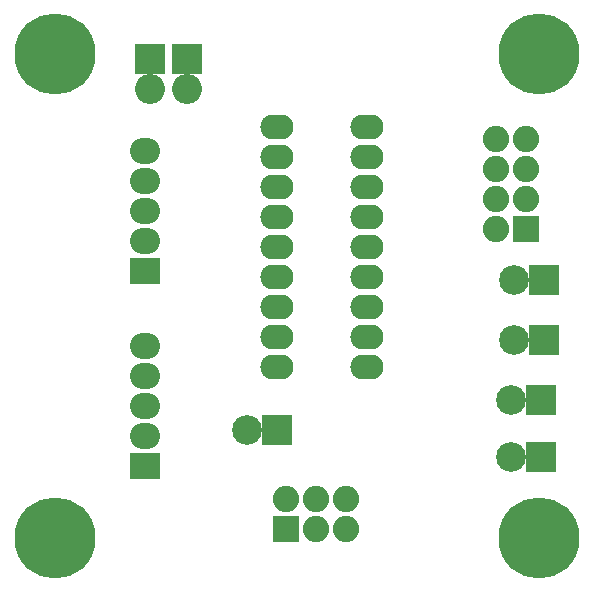
<source format=gbs>
G04 #@! TF.FileFunction,Soldermask,Bot*
%FSLAX46Y46*%
G04 Gerber Fmt 4.6, Leading zero omitted, Abs format (unit mm)*
G04 Created by KiCad (PCBNEW (after 2015-mar-04 BZR unknown)-product) date 11/8/2015 11:08:48 AM*
%MOMM*%
G01*
G04 APERTURE LIST*
%ADD10C,0.150000*%
%ADD11O,2.808000X2.108000*%
%ADD12C,6.858000*%
%ADD13R,2.540000X2.540000*%
%ADD14O,2.540000X2.540000*%
%ADD15R,2.235200X2.235200*%
%ADD16O,2.235200X2.235200*%
%ADD17R,2.508000X2.508000*%
%ADD18C,2.508000*%
%ADD19R,2.540000X2.235200*%
%ADD20O,2.540000X2.235200*%
G04 APERTURE END LIST*
D10*
D11*
X22860000Y-10160000D03*
X22860000Y-12700000D03*
X22860000Y-15240000D03*
X22860000Y-17780000D03*
X22860000Y-20320000D03*
X22860000Y-22860000D03*
X22860000Y-25400000D03*
X22860000Y-27940000D03*
X22860000Y-30480000D03*
X30480000Y-30480000D03*
X30480000Y-27940000D03*
X30480000Y-25400000D03*
X30480000Y-22860000D03*
X30480000Y-20320000D03*
X30480000Y-17780000D03*
X30480000Y-15240000D03*
X30480000Y-12700000D03*
X30480000Y-10160000D03*
D12*
X4000000Y-45000000D03*
X4000000Y-4000000D03*
X45000000Y-45000000D03*
X45000000Y-4000000D03*
D13*
X12065000Y-4445000D03*
D14*
X12065000Y-6985000D03*
D13*
X15240000Y-4445000D03*
D14*
X15240000Y-6985000D03*
D15*
X43942000Y-18796000D03*
D16*
X41402000Y-18796000D03*
X43942000Y-16256000D03*
X41402000Y-16256000D03*
X43942000Y-13716000D03*
X41402000Y-13716000D03*
X43942000Y-11176000D03*
X41402000Y-11176000D03*
D17*
X45212000Y-38100000D03*
D18*
X42672000Y-38100000D03*
D17*
X45212000Y-33274000D03*
D18*
X42672000Y-33274000D03*
D17*
X45466000Y-28194000D03*
D18*
X42926000Y-28194000D03*
D17*
X45466000Y-23114000D03*
D18*
X42926000Y-23114000D03*
D17*
X22860000Y-35814000D03*
D18*
X20320000Y-35814000D03*
D15*
X23622000Y-44196000D03*
D16*
X23622000Y-41656000D03*
X26162000Y-44196000D03*
X26162000Y-41656000D03*
X28702000Y-44196000D03*
X28702000Y-41656000D03*
D19*
X11684000Y-22352000D03*
D20*
X11684000Y-19812000D03*
X11684000Y-17272000D03*
X11684000Y-14732000D03*
X11684000Y-12192000D03*
D19*
X11684000Y-38862000D03*
D20*
X11684000Y-36322000D03*
X11684000Y-33782000D03*
X11684000Y-31242000D03*
X11684000Y-28702000D03*
M02*

</source>
